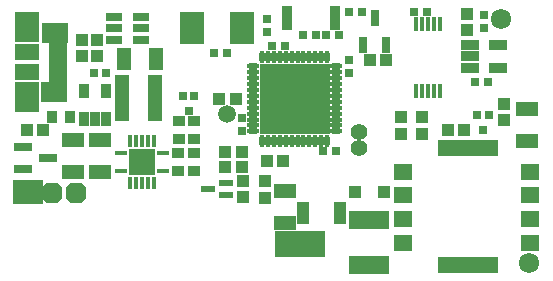
<source format=gts>
%FSLAX25Y25*%
%MOIN*%
G70*
G01*
G75*
G04 Layer_Color=8388736*
%ADD10R,0.02362X0.01969*%
%ADD11R,0.04331X0.01575*%
%ADD12R,0.01969X0.02362*%
%ADD13R,0.02953X0.07087*%
%ADD14R,0.03543X0.03543*%
%ADD15R,0.05118X0.02362*%
%ADD16R,0.07480X0.10236*%
%ADD17R,0.03150X0.03543*%
%ADD18R,0.03543X0.03150*%
%ADD19R,0.05118X0.02756*%
%ADD20R,0.12992X0.05512*%
%ADD21R,0.19685X0.04724*%
%ADD22R,0.05315X0.04724*%
%ADD23O,0.03543X0.00787*%
%ADD24O,0.00787X0.03543*%
%ADD25R,0.08071X0.08071*%
%ADD26R,0.02756X0.03543*%
%ADD27R,0.02362X0.04528*%
%ADD28R,0.06693X0.04331*%
%ADD29R,0.00984X0.04331*%
%ADD30R,0.03150X0.06693*%
%ADD31R,0.04724X0.02362*%
%ADD32R,0.02559X0.04331*%
%ADD33R,0.22441X0.22441*%
%ADD34O,0.03543X0.00984*%
%ADD35O,0.00984X0.03543*%
%ADD36R,0.04331X0.06693*%
%ADD37R,0.03543X0.02756*%
%ADD38R,0.03937X0.14961*%
%ADD39R,0.05433X0.01772*%
%ADD40R,0.08268X0.05807*%
%ADD41R,0.07874X0.05807*%
%ADD42R,0.07480X0.04626*%
%ADD43R,0.07480X0.09350*%
%ADD44C,0.01575*%
%ADD45C,0.00984*%
%ADD46C,0.01181*%
%ADD47C,0.01969*%
%ADD48R,0.07480X0.06890*%
%ADD49R,0.13780X0.06496*%
%ADD50C,0.06000*%
G04:AMPARAMS|DCode=51|XSize=59.06mil|YSize=59.06mil|CornerRadius=0mil|HoleSize=0mil|Usage=FLASHONLY|Rotation=90.000|XOffset=0mil|YOffset=0mil|HoleType=Round|Shape=Octagon|*
%AMOCTAGOND51*
4,1,8,0.01476,0.02953,-0.01476,0.02953,-0.02953,0.01476,-0.02953,-0.01476,-0.01476,-0.02953,0.01476,-0.02953,0.02953,-0.01476,0.02953,0.01476,0.01476,0.02953,0.0*
%
%ADD51OCTAGOND51*%

%ADD52C,0.04724*%
%ADD53R,0.09055X0.07087*%
%ADD54C,0.05118*%
%ADD55R,0.15748X0.07874*%
%ADD56C,0.02756*%
%ADD57C,0.03937*%
%ADD58C,0.01969*%
%ADD59R,0.06890X0.05906*%
%ADD60R,0.03937X0.05906*%
%ADD61C,0.01000*%
%ADD62C,0.00787*%
%ADD63C,0.00606*%
%ADD64C,0.00394*%
%ADD65C,0.00591*%
%ADD66R,0.03150X0.02756*%
%ADD67R,0.02756X0.03150*%
%ADD68R,0.03740X0.07874*%
%ADD69R,0.04331X0.04331*%
%ADD70R,0.05906X0.03150*%
%ADD71R,0.08268X0.11024*%
%ADD72R,0.03937X0.04331*%
%ADD73R,0.04331X0.03937*%
%ADD74R,0.05906X0.03543*%
%ADD75R,0.13780X0.06299*%
%ADD76R,0.20472X0.05512*%
%ADD77R,0.06102X0.05512*%
%ADD78O,0.04331X0.01575*%
%ADD79O,0.01575X0.04331*%
%ADD80R,0.08858X0.08858*%
%ADD81R,0.03543X0.04331*%
%ADD82R,0.03150X0.05315*%
%ADD83R,0.07480X0.05118*%
%ADD84R,0.01772X0.05118*%
%ADD85R,0.03937X0.07480*%
%ADD86R,0.05512X0.03150*%
%ADD87R,0.03347X0.05118*%
%ADD88R,0.23228X0.23228*%
%ADD89O,0.04331X0.01772*%
%ADD90O,0.01772X0.04331*%
%ADD91R,0.05118X0.07480*%
%ADD92R,0.04331X0.03543*%
%ADD93R,0.04724X0.15748*%
%ADD94R,0.06221X0.02559*%
%ADD95R,0.09055X0.06594*%
%ADD96R,0.08661X0.06594*%
%ADD97R,0.08268X0.05413*%
%ADD98R,0.08268X0.10138*%
%ADD99C,0.06787*%
G04:AMPARAMS|DCode=100|XSize=66.93mil|YSize=66.93mil|CornerRadius=0mil|HoleSize=0mil|Usage=FLASHONLY|Rotation=90.000|XOffset=0mil|YOffset=0mil|HoleType=Round|Shape=Octagon|*
%AMOCTAGOND100*
4,1,8,0.01673,0.03347,-0.01673,0.03347,-0.03347,0.01673,-0.03347,-0.01673,-0.01673,-0.03347,0.01673,-0.03347,0.03347,-0.01673,0.03347,0.01673,0.01673,0.03347,0.0*
%
%ADD100OCTAGOND100*%

%ADD101C,0.05512*%
%ADD102R,0.09843X0.07874*%
%ADD103C,0.05906*%
%ADD104R,0.16535X0.08661*%
D15*
X71752Y-63386D02*
D03*
Y-59449D02*
D03*
X65847Y-61417D02*
D03*
D66*
X116909Y-2559D02*
D03*
X112618D02*
D03*
X91319Y-13681D02*
D03*
X87028D02*
D03*
X154744Y-25689D02*
D03*
X159035D02*
D03*
X27579Y-22835D02*
D03*
X31870D02*
D03*
X67736Y-16043D02*
D03*
X72027D02*
D03*
X138760Y-2264D02*
D03*
X134468D02*
D03*
X108248Y-48819D02*
D03*
X103957D02*
D03*
X104941Y-10039D02*
D03*
X109232D02*
D03*
X97461Y-10039D02*
D03*
X101752D02*
D03*
D67*
X77165Y-42106D02*
D03*
Y-37815D02*
D03*
X157579Y-7658D02*
D03*
Y-3366D02*
D03*
X85236Y-4646D02*
D03*
Y-8937D02*
D03*
X112697Y-22716D02*
D03*
Y-18425D02*
D03*
X59252Y-35433D02*
D03*
X57284Y-30315D02*
D03*
X61221D02*
D03*
X157283Y-41831D02*
D03*
X155315Y-36713D02*
D03*
X159252D02*
D03*
D68*
X108051Y-4528D02*
D03*
X92146D02*
D03*
D69*
X124311Y-62500D02*
D03*
X114862D02*
D03*
D70*
X4134Y-47441D02*
D03*
Y-54921D02*
D03*
X12402Y-51181D02*
D03*
D71*
X60433Y-7776D02*
D03*
X77165D02*
D03*
D72*
X85335Y-52067D02*
D03*
X90847D02*
D03*
X74902Y-31496D02*
D03*
X69390D02*
D03*
X145571Y-41929D02*
D03*
X151083D02*
D03*
X77067Y-49213D02*
D03*
X71555D02*
D03*
X119587Y-18406D02*
D03*
X125098D02*
D03*
X76968Y-54232D02*
D03*
X71457D02*
D03*
X5315Y-41929D02*
D03*
X10827D02*
D03*
D73*
X164370Y-33071D02*
D03*
Y-38583D02*
D03*
X151969Y-8465D02*
D03*
Y-2953D02*
D03*
X137106Y-37500D02*
D03*
Y-43012D02*
D03*
X130020Y-37500D02*
D03*
Y-43012D02*
D03*
X23622Y-17126D02*
D03*
Y-11614D02*
D03*
X28839D02*
D03*
Y-17126D02*
D03*
X84842Y-64272D02*
D03*
Y-58760D02*
D03*
X77461Y-58661D02*
D03*
Y-64173D02*
D03*
D74*
X162500Y-13484D02*
D03*
Y-20965D02*
D03*
X153051D02*
D03*
Y-17224D02*
D03*
Y-13484D02*
D03*
D75*
X119488Y-86713D02*
D03*
Y-71752D02*
D03*
D76*
X152362Y-86811D02*
D03*
Y-47835D02*
D03*
D77*
X173228Y-79331D02*
D03*
Y-71457D02*
D03*
Y-63583D02*
D03*
Y-55709D02*
D03*
X130709D02*
D03*
Y-63583D02*
D03*
Y-71457D02*
D03*
Y-79331D02*
D03*
D78*
X36713Y-49409D02*
D03*
Y-55315D02*
D03*
X50886D02*
D03*
Y-49409D02*
D03*
D79*
X39862Y-59449D02*
D03*
X41831D02*
D03*
X43799D02*
D03*
X45768D02*
D03*
X47736D02*
D03*
Y-45276D02*
D03*
X45768D02*
D03*
X43799D02*
D03*
X41831D02*
D03*
X39862D02*
D03*
D80*
X43799Y-52362D02*
D03*
D81*
X19783Y-37500D02*
D03*
X13878D02*
D03*
D82*
X117520Y-13386D02*
D03*
X125000D02*
D03*
X121260Y-4528D02*
D03*
D83*
X91437Y-72638D02*
D03*
Y-62008D02*
D03*
X29823Y-55709D02*
D03*
Y-45079D02*
D03*
X20571Y-55709D02*
D03*
Y-45079D02*
D03*
X172146Y-45374D02*
D03*
Y-34744D02*
D03*
D84*
X142913Y-28642D02*
D03*
X140945D02*
D03*
X138976D02*
D03*
X137008D02*
D03*
X135039D02*
D03*
Y-6594D02*
D03*
X137008D02*
D03*
X138976D02*
D03*
X140945D02*
D03*
X142913D02*
D03*
D85*
X109744Y-69488D02*
D03*
X97539D02*
D03*
D86*
X43307Y-4134D02*
D03*
Y-7874D02*
D03*
Y-11614D02*
D03*
X34252D02*
D03*
Y-7874D02*
D03*
Y-4134D02*
D03*
D87*
X24311Y-38189D02*
D03*
X28051D02*
D03*
X31791D02*
D03*
Y-28740D02*
D03*
X24311D02*
D03*
D88*
X94587Y-31398D02*
D03*
D89*
X108563Y-20571D02*
D03*
Y-22539D02*
D03*
Y-24508D02*
D03*
Y-26476D02*
D03*
Y-28445D02*
D03*
Y-30413D02*
D03*
Y-32382D02*
D03*
Y-34350D02*
D03*
Y-36319D02*
D03*
Y-38287D02*
D03*
Y-40256D02*
D03*
Y-42224D02*
D03*
X80610D02*
D03*
Y-40256D02*
D03*
Y-38287D02*
D03*
Y-36319D02*
D03*
Y-34350D02*
D03*
Y-32382D02*
D03*
Y-30413D02*
D03*
Y-28445D02*
D03*
Y-26476D02*
D03*
Y-24508D02*
D03*
Y-22539D02*
D03*
Y-20571D02*
D03*
D90*
X105413Y-45374D02*
D03*
X103445D02*
D03*
X101476D02*
D03*
X99508D02*
D03*
X97539D02*
D03*
X95571D02*
D03*
X93602D02*
D03*
X91634D02*
D03*
X89665D02*
D03*
X87697D02*
D03*
X85728D02*
D03*
X83760D02*
D03*
Y-17421D02*
D03*
X85728D02*
D03*
X87697D02*
D03*
X89665D02*
D03*
X91634D02*
D03*
X93602D02*
D03*
X95571D02*
D03*
X97539D02*
D03*
X99508D02*
D03*
X101476D02*
D03*
X103445D02*
D03*
X105413D02*
D03*
D91*
X48327Y-18209D02*
D03*
X37697D02*
D03*
D92*
X60925Y-55315D02*
D03*
Y-49409D02*
D03*
X61024Y-38780D02*
D03*
Y-44685D02*
D03*
X55807Y-49409D02*
D03*
Y-55315D02*
D03*
X55905Y-44685D02*
D03*
Y-38780D02*
D03*
D93*
X48130Y-31201D02*
D03*
X37106D02*
D03*
D94*
X15748Y-19193D02*
D03*
Y-16634D02*
D03*
Y-21752D02*
D03*
Y-24311D02*
D03*
Y-14075D02*
D03*
D95*
X14370Y-29035D02*
D03*
D96*
X14567Y-9350D02*
D03*
D97*
X5315Y-22539D02*
D03*
Y-15846D02*
D03*
D98*
Y-7579D02*
D03*
Y-30807D02*
D03*
D99*
X172835Y-86122D02*
D03*
X163287Y-4921D02*
D03*
D100*
X21654Y-62795D02*
D03*
X13878Y-62697D02*
D03*
D101*
X116142Y-42421D02*
D03*
Y-47835D02*
D03*
D102*
X5709Y-62303D02*
D03*
D103*
X71949Y-36417D02*
D03*
D104*
X96260Y-79921D02*
D03*
M02*

</source>
